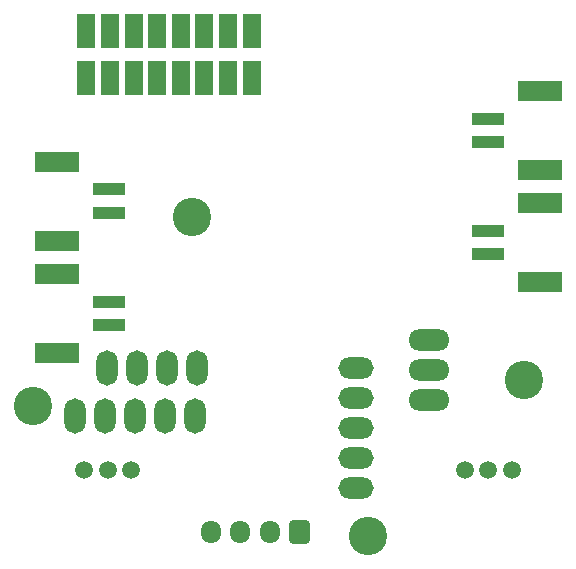
<source format=gbr>
G04 #@! TF.GenerationSoftware,KiCad,Pcbnew,(5.1.8)-1*
G04 #@! TF.CreationDate,2021-03-01T02:31:21-08:00*
G04 #@! TF.ProjectId,UAS,5541532e-6b69-4636-9164-5f7063625858,1*
G04 #@! TF.SameCoordinates,Original*
G04 #@! TF.FileFunction,Soldermask,Bot*
G04 #@! TF.FilePolarity,Negative*
%FSLAX46Y46*%
G04 Gerber Fmt 4.6, Leading zero omitted, Abs format (unit mm)*
G04 Created by KiCad (PCBNEW (5.1.8)-1) date 2021-03-01 02:31:21*
%MOMM*%
%LPD*%
G01*
G04 APERTURE LIST*
%ADD10C,3.250000*%
%ADD11O,3.000000X1.800000*%
%ADD12C,1.500000*%
%ADD13O,3.500000X1.800000*%
%ADD14O,1.800000X3.000000*%
%ADD15R,1.500000X3.000000*%
%ADD16O,1.700000X1.950000*%
%ADD17R,2.700000X1.000000*%
%ADD18R,3.800000X1.800000*%
G04 APERTURE END LIST*
D10*
X148800000Y-118360000D03*
X162000000Y-105160000D03*
D11*
X147780000Y-114290000D03*
X147780000Y-111750000D03*
X147780000Y-109210000D03*
X147780000Y-106670000D03*
X147780000Y-104130000D03*
D12*
X124750000Y-112750000D03*
X126750000Y-112750000D03*
X128750000Y-112750000D03*
X157000000Y-112750000D03*
X159000000Y-112750000D03*
X161000000Y-112750000D03*
D13*
X153960000Y-101710000D03*
X153960000Y-104250000D03*
X153960000Y-106790000D03*
D14*
X134310000Y-104080000D03*
X131770000Y-104080000D03*
X129230000Y-104080000D03*
X126690000Y-104080000D03*
D15*
X124950000Y-79600000D03*
X124950000Y-75600000D03*
X126950000Y-79600000D03*
X126950000Y-75600000D03*
X128950000Y-79600000D03*
X128950000Y-75600000D03*
X130950000Y-79600000D03*
X130950000Y-75600000D03*
X132950000Y-79600000D03*
X132950000Y-75600000D03*
X134950000Y-79600000D03*
X134950000Y-75600000D03*
X136950000Y-79600000D03*
X136950000Y-75600000D03*
X138950000Y-79600000D03*
X138950000Y-75600000D03*
D16*
X135500000Y-118000000D03*
X138000000Y-118000000D03*
X140500000Y-118000000D03*
G36*
G01*
X143850000Y-117275000D02*
X143850000Y-118725000D01*
G75*
G02*
X143600000Y-118975000I-250000J0D01*
G01*
X142400000Y-118975000D01*
G75*
G02*
X142150000Y-118725000I0J250000D01*
G01*
X142150000Y-117275000D01*
G75*
G02*
X142400000Y-117025000I250000J0D01*
G01*
X143600000Y-117025000D01*
G75*
G02*
X143850000Y-117275000I0J-250000D01*
G01*
G37*
D10*
X120430000Y-107300000D03*
X133930000Y-91300000D03*
D14*
X134120000Y-108140000D03*
X131580000Y-108140000D03*
X129040000Y-108140000D03*
X126500000Y-108140000D03*
X123960000Y-108140000D03*
D17*
X126900000Y-91000000D03*
X126900000Y-89000000D03*
D18*
X122450000Y-86650000D03*
X122450000Y-93350000D03*
D17*
X126900000Y-100500000D03*
X126900000Y-98500000D03*
D18*
X122450000Y-96150000D03*
X122450000Y-102850000D03*
D17*
X158950000Y-92500000D03*
X158950000Y-94500000D03*
D18*
X163400000Y-96850000D03*
X163400000Y-90150000D03*
D17*
X158950000Y-83000000D03*
X158950000Y-85000000D03*
D18*
X163400000Y-87350000D03*
X163400000Y-80650000D03*
M02*

</source>
